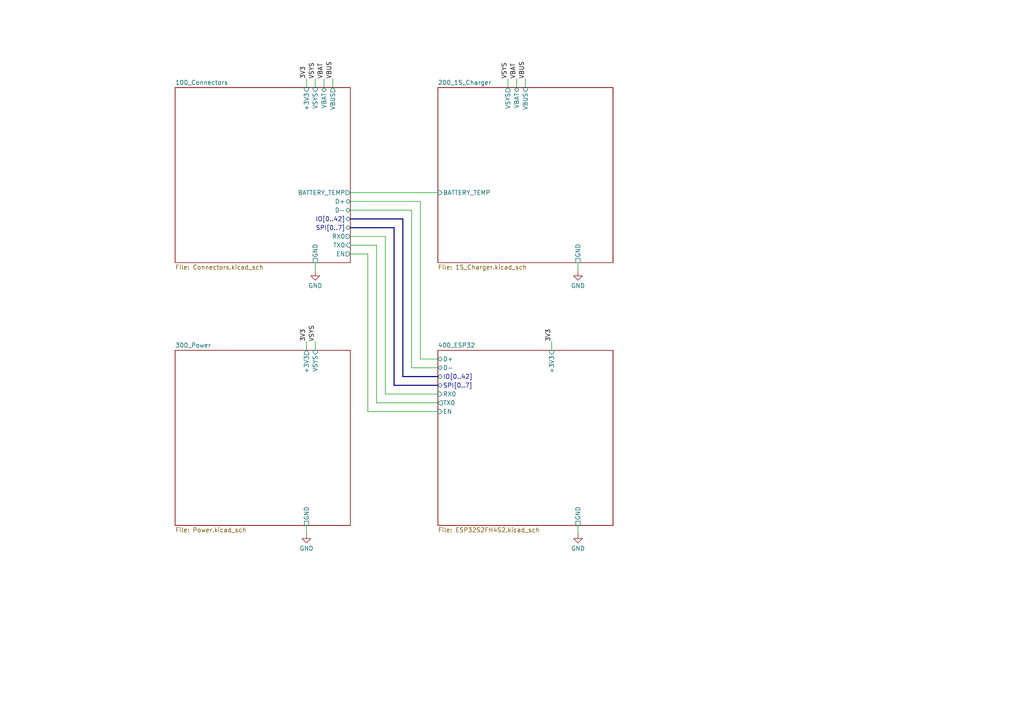
<source format=kicad_sch>
(kicad_sch (version 20230121) (generator eeschema)
  (paper "A4")
  (title_block (title "PSoM - ESP S3") (date "2023-04-17") (rev "HW00") (company "PumaCorp"))
  (lib_symbols
    (symbol "power:GND" (power) (pin_names (offset 0))
      (property "Value" "GND" (at 0 -3.81 0))
      (symbol "GND_0_1"
        (polyline (pts (xy 0 0) (xy 0 -1.27) (xy 1.27 -1.27) (xy 0 -2.54) (xy -1.27 -1.27) (xy 0 -1.27)))
      )
      (symbol "GND_1_1"
        (pin power_in line (at 0 0 270) (length 0) hide (name "GND") (number "1"))
      )
    )
  )
  (wire (pts (xy 127 114.3) (xy 111.76 114.3)))
  (wire (pts (xy 147.32 22.86) (xy 147.32 25.4)))
  (bus (pts (xy 114.3 111.76) (xy 127 111.76)))
  (wire (pts (xy 167.64 152.4) (xy 167.64 154.94)))
  (wire (pts (xy 93.98 22.86) (xy 93.98 25.4)))
  (wire (pts (xy 109.22 71.12) (xy 109.22 116.84)))
  (wire (pts (xy 96.52 22.86) (xy 96.52 25.4)))
  (wire (pts (xy 101.6 73.66) (xy 106.68 73.66)))
  (wire (pts (xy 91.44 76.2) (xy 91.44 78.74)))
  (wire (pts (xy 121.92 58.42) (xy 101.6 58.42)))
  (wire (pts (xy 106.68 73.66) (xy 106.68 119.38)))
  (wire (pts (xy 121.92 58.42) (xy 121.92 104.14)))
  (wire (pts (xy 111.76 114.3) (xy 111.76 68.58)))
  (wire (pts (xy 88.9 152.4) (xy 88.9 154.94)))
  (bus (pts (xy 116.84 109.22) (xy 116.84 63.5)))
  (bus (pts (xy 127 109.22) (xy 116.84 109.22)))
  (wire (pts (xy 106.68 119.38) (xy 127 119.38)))
  (wire (pts (xy 111.76 68.58) (xy 101.6 68.58)))
  (wire (pts (xy 119.38 106.68) (xy 127 106.68)))
  (bus (pts (xy 114.3 66.04) (xy 114.3 111.76)))
  (wire (pts (xy 91.44 22.86) (xy 91.44 25.4)))
  (wire (pts (xy 167.64 76.2) (xy 167.64 78.74)))
  (wire (pts (xy 109.22 116.84) (xy 127 116.84)))
  (wire (pts (xy 101.6 71.12) (xy 109.22 71.12)))
  (wire (pts (xy 91.44 99.06) (xy 91.44 101.6)))
  (wire (pts (xy 152.4 22.86) (xy 152.4 25.4)))
  (wire (pts (xy 119.38 60.96) (xy 119.38 106.68)))
  (bus (pts (xy 101.6 66.04) (xy 114.3 66.04)))
  (wire (pts (xy 101.6 60.96) (xy 119.38 60.96)))
  (bus (pts (xy 116.84 63.5) (xy 101.6 63.5)))
  (wire (pts (xy 149.86 22.86) (xy 149.86 25.4)))
  (wire (pts (xy 101.6 55.88) (xy 127 55.88)))
  (wire (pts (xy 88.9 22.86) (xy 88.9 25.4)))
  (wire (pts (xy 127 104.14) (xy 121.92 104.14)))
  (wire (pts (xy 160.02 99.06) (xy 160.02 101.6)))
  (wire (pts (xy 88.9 99.06) (xy 88.9 101.6)))
  (label "3V3" (at 88.9 22.86 90))
  (label "3V3" (at 88.9 99.06 90))
  (label "3V3" (at 160.02 99.06 90))
  (label "VBUS" (at 96.52 22.86 90))
  (label "VSYS" (at 147.32 22.86 90))
  (label "VBUS" (at 152.4 22.86 90))
  (label "VSYS" (at 91.44 22.86 90))
  (label "VSYS" (at 91.44 99.06 90))
  (label "VBAT" (at 149.86 22.86 90))
  (label "VBAT" (at 93.98 22.86 90))
  (symbol (lib_id "power:GND") (at 167.64 154.94 0) (unit 1)
    (property "Reference" "#PWR08" (effects hide))
    (property "Value" "GND" (at 167.64 159.0755 0))
  )
  (symbol (lib_id "power:GND") (at 91.44 78.74 0) (unit 1)
    (property "Reference" "#PWR06" (effects hide))
    (property "Value" "GND" (at 91.44 82.8755 0))
  )
  (symbol (lib_id "power:GND") (at 167.64 78.74 0) (unit 1)
    (property "Reference" "#PWR07" (effects hide))
    (property "Value" "GND" (at 167.64 82.8755 0))
  )
  (symbol (lib_id "power:GND") (at 88.9 154.94 0) (unit 1)
    (property "Reference" "#PWR09" (effects hide))
    (property "Value" "GND" (at 88.9 159.0755 0))
  )
  (sheet (at 127 25.4) (size 50.8 50.8) (stroke (width 0.1524))
    (property "Sheetname" "200_1S_Charger" (at 127 24.6884 0) (effects (justify left bottom)))
    (property "Sheetfile" "1S_Charger.kicad_sch" (at 127 76.7846 0) (effects (justify left top)))
    (pin "VSYS" output (at 147.32 25.4 90))
    (pin "VBUS" input (at 152.4 25.4 90))
    (pin "VBAT" bidirectional (at 149.86 25.4 90))
    (pin "GND" passive (at 167.64 76.2 270))
    (pin "BATTERY_TEMP" input (at 127 55.88 180))
  )
  (sheet (at 50.8 25.4) (size 50.8 50.8) (stroke (width 0.1524))
    (property "Sheetname" "100_Connectors" (at 50.8 24.6884 0) (effects (justify left bottom)))
    (property "Sheetfile" "Connectors.kicad_sch" (at 50.8 76.7846 0) (effects (justify left top)))
    (pin "D-" bidirectional (at 101.6 60.96 0))
    (pin "VBAT" bidirectional (at 93.98 25.4 90))
    (pin "D+" bidirectional (at 101.6 58.42 0))
    (pin "GND" passive (at 91.44 76.2 270))
    (pin "IO[0..42]" bidirectional (at 101.6 63.5 0))
    (pin "VBUS" output (at 96.52 25.4 90))
    (pin "+3V3" input (at 88.9 25.4 90))
    (pin "VSYS" input (at 91.44 25.4 90))
    (pin "TX0" input (at 101.6 71.12 0))
    (pin "RX0" output (at 101.6 68.58 0))
    (pin "SPI[0..7]" bidirectional (at 101.6 66.04 0))
    (pin "BATTERY_TEMP" output (at 101.6 55.88 0))
    (pin "EN" output (at 101.6 73.66 0))
  )
  (sheet (at 127 101.6) (size 50.8 50.8) (stroke (width 0.1524))
    (property "Sheetname" "400_ESP32" (at 127 100.8884 0) (effects (justify left bottom)))
    (property "Sheetfile" "ESP32S2FH4S2.kicad_sch" (at 127 152.9846 0) (effects (justify left top)))
    (pin "D-" bidirectional (at 127 106.68 180))
    (pin "+3V3" input (at 160.02 101.6 90))
    (pin "D+" bidirectional (at 127 104.14 180))
    (pin "GND" passive (at 167.64 152.4 270))
    (pin "IO[0..42]" bidirectional (at 127 109.22 180))
    (pin "RX0" input (at 127 114.3 180))
    (pin "TX0" output (at 127 116.84 180))
    (pin "SPI[0..7]" bidirectional (at 127 111.76 180))
    (pin "EN" input (at 127 119.38 180))
  )
  (sheet (at 50.8 101.6) (size 50.8 50.8) (stroke (width 0.1524))
    (property "Sheetname" "300_Power" (at 50.8 100.8884 0) (effects (justify left bottom)))
    (property "Sheetfile" "Power.kicad_sch" (at 50.8 152.9846 0) (effects (justify left top)))
    (pin "+3V3" output (at 88.9 101.6 90))
    (pin "VSYS" input (at 91.44 101.6 90))
    (pin "GND" passive (at 88.9 152.4 270))
  )
)
</source>
